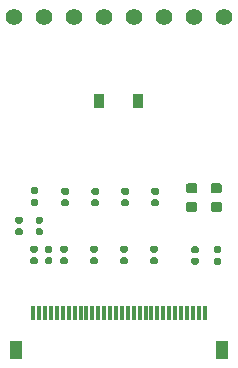
<source format=gbr>
G04 #@! TF.GenerationSoftware,KiCad,Pcbnew,(5.1.9)-1*
G04 #@! TF.CreationDate,2021-02-07T21:53:58-06:00*
G04 #@! TF.ProjectId,epaper-102,65706170-6572-42d3-9130-322e6b696361,rev?*
G04 #@! TF.SameCoordinates,Original*
G04 #@! TF.FileFunction,Soldermask,Bot*
G04 #@! TF.FilePolarity,Negative*
%FSLAX46Y46*%
G04 Gerber Fmt 4.6, Leading zero omitted, Abs format (unit mm)*
G04 Created by KiCad (PCBNEW (5.1.9)-1) date 2021-02-07 21:53:58*
%MOMM*%
%LPD*%
G01*
G04 APERTURE LIST*
%ADD10C,1.400000*%
%ADD11R,0.300000X1.300000*%
%ADD12R,1.000000X1.500000*%
%ADD13R,0.900000X1.200000*%
G04 APERTURE END LIST*
G36*
G01*
X27230000Y-85780000D02*
X27570000Y-85780000D01*
G75*
G02*
X27710000Y-85920000I0J-140000D01*
G01*
X27710000Y-86200000D01*
G75*
G02*
X27570000Y-86340000I-140000J0D01*
G01*
X27230000Y-86340000D01*
G75*
G02*
X27090000Y-86200000I0J140000D01*
G01*
X27090000Y-85920000D01*
G75*
G02*
X27230000Y-85780000I140000J0D01*
G01*
G37*
G36*
G01*
X27230000Y-84820000D02*
X27570000Y-84820000D01*
G75*
G02*
X27710000Y-84960000I0J-140000D01*
G01*
X27710000Y-85240000D01*
G75*
G02*
X27570000Y-85380000I-140000J0D01*
G01*
X27230000Y-85380000D01*
G75*
G02*
X27090000Y-85240000I0J140000D01*
G01*
X27090000Y-84960000D01*
G75*
G02*
X27230000Y-84820000I140000J0D01*
G01*
G37*
G36*
G01*
X26430000Y-83320000D02*
X26770000Y-83320000D01*
G75*
G02*
X26910000Y-83460000I0J-140000D01*
G01*
X26910000Y-83740000D01*
G75*
G02*
X26770000Y-83880000I-140000J0D01*
G01*
X26430000Y-83880000D01*
G75*
G02*
X26290000Y-83740000I0J140000D01*
G01*
X26290000Y-83460000D01*
G75*
G02*
X26430000Y-83320000I140000J0D01*
G01*
G37*
G36*
G01*
X26430000Y-82360000D02*
X26770000Y-82360000D01*
G75*
G02*
X26910000Y-82500000I0J-140000D01*
G01*
X26910000Y-82780000D01*
G75*
G02*
X26770000Y-82920000I-140000J0D01*
G01*
X26430000Y-82920000D01*
G75*
G02*
X26290000Y-82780000I0J140000D01*
G01*
X26290000Y-82500000D01*
G75*
G02*
X26430000Y-82360000I140000J0D01*
G01*
G37*
D10*
X42239800Y-65450000D03*
X39699800Y-65450000D03*
X37159800Y-65450000D03*
X34619800Y-65450000D03*
X32079800Y-65450000D03*
X29539800Y-65450000D03*
X26999800Y-65450000D03*
X24459800Y-65450000D03*
D11*
X26100000Y-90450000D03*
X26600000Y-90450000D03*
X27100000Y-90450000D03*
X27600000Y-90450000D03*
X28100000Y-90450000D03*
X28600000Y-90450000D03*
X29100000Y-90450000D03*
X29600000Y-90450000D03*
X30100000Y-90450000D03*
X30600000Y-90450000D03*
X31100000Y-90450000D03*
X31600000Y-90450000D03*
X32100000Y-90450000D03*
X32600000Y-90450000D03*
X33100000Y-90450000D03*
X33600000Y-90450000D03*
X34100000Y-90450000D03*
X34600000Y-90450000D03*
X35100000Y-90450000D03*
X35600000Y-90450000D03*
X36100000Y-90450000D03*
X36600000Y-90450000D03*
X37100000Y-90450000D03*
X37600000Y-90450000D03*
X38100000Y-90450000D03*
X38600000Y-90450000D03*
X39100000Y-90450000D03*
X39600000Y-90450000D03*
X40100000Y-90450000D03*
X40600000Y-90450000D03*
D12*
X42100000Y-93650000D03*
X24600000Y-93650000D03*
D13*
X35000000Y-72550000D03*
X31700000Y-72550000D03*
G36*
G01*
X41527500Y-85805000D02*
X41872500Y-85805000D01*
G75*
G02*
X42020000Y-85952500I0J-147500D01*
G01*
X42020000Y-86247500D01*
G75*
G02*
X41872500Y-86395000I-147500J0D01*
G01*
X41527500Y-86395000D01*
G75*
G02*
X41380000Y-86247500I0J147500D01*
G01*
X41380000Y-85952500D01*
G75*
G02*
X41527500Y-85805000I147500J0D01*
G01*
G37*
G36*
G01*
X41527500Y-84835000D02*
X41872500Y-84835000D01*
G75*
G02*
X42020000Y-84982500I0J-147500D01*
G01*
X42020000Y-85277500D01*
G75*
G02*
X41872500Y-85425000I-147500J0D01*
G01*
X41527500Y-85425000D01*
G75*
G02*
X41380000Y-85277500I0J147500D01*
G01*
X41380000Y-84982500D01*
G75*
G02*
X41527500Y-84835000I147500J0D01*
G01*
G37*
G36*
G01*
X41343750Y-81062500D02*
X41856250Y-81062500D01*
G75*
G02*
X42075000Y-81281250I0J-218750D01*
G01*
X42075000Y-81718750D01*
G75*
G02*
X41856250Y-81937500I-218750J0D01*
G01*
X41343750Y-81937500D01*
G75*
G02*
X41125000Y-81718750I0J218750D01*
G01*
X41125000Y-81281250D01*
G75*
G02*
X41343750Y-81062500I218750J0D01*
G01*
G37*
G36*
G01*
X41343750Y-79487500D02*
X41856250Y-79487500D01*
G75*
G02*
X42075000Y-79706250I0J-218750D01*
G01*
X42075000Y-80143750D01*
G75*
G02*
X41856250Y-80362500I-218750J0D01*
G01*
X41343750Y-80362500D01*
G75*
G02*
X41125000Y-80143750I0J218750D01*
G01*
X41125000Y-79706250D01*
G75*
G02*
X41343750Y-79487500I218750J0D01*
G01*
G37*
G36*
G01*
X39627500Y-85805000D02*
X39972500Y-85805000D01*
G75*
G02*
X40120000Y-85952500I0J-147500D01*
G01*
X40120000Y-86247500D01*
G75*
G02*
X39972500Y-86395000I-147500J0D01*
G01*
X39627500Y-86395000D01*
G75*
G02*
X39480000Y-86247500I0J147500D01*
G01*
X39480000Y-85952500D01*
G75*
G02*
X39627500Y-85805000I147500J0D01*
G01*
G37*
G36*
G01*
X39627500Y-84835000D02*
X39972500Y-84835000D01*
G75*
G02*
X40120000Y-84982500I0J-147500D01*
G01*
X40120000Y-85277500D01*
G75*
G02*
X39972500Y-85425000I-147500J0D01*
G01*
X39627500Y-85425000D01*
G75*
G02*
X39480000Y-85277500I0J147500D01*
G01*
X39480000Y-84982500D01*
G75*
G02*
X39627500Y-84835000I147500J0D01*
G01*
G37*
G36*
G01*
X39756250Y-80362500D02*
X39243750Y-80362500D01*
G75*
G02*
X39025000Y-80143750I0J218750D01*
G01*
X39025000Y-79706250D01*
G75*
G02*
X39243750Y-79487500I218750J0D01*
G01*
X39756250Y-79487500D01*
G75*
G02*
X39975000Y-79706250I0J-218750D01*
G01*
X39975000Y-80143750D01*
G75*
G02*
X39756250Y-80362500I-218750J0D01*
G01*
G37*
G36*
G01*
X39756250Y-81937500D02*
X39243750Y-81937500D01*
G75*
G02*
X39025000Y-81718750I0J218750D01*
G01*
X39025000Y-81281250D01*
G75*
G02*
X39243750Y-81062500I218750J0D01*
G01*
X39756250Y-81062500D01*
G75*
G02*
X39975000Y-81281250I0J-218750D01*
G01*
X39975000Y-81718750D01*
G75*
G02*
X39756250Y-81937500I-218750J0D01*
G01*
G37*
G36*
G01*
X36247500Y-80855000D02*
X36592500Y-80855000D01*
G75*
G02*
X36740000Y-81002500I0J-147500D01*
G01*
X36740000Y-81297500D01*
G75*
G02*
X36592500Y-81445000I-147500J0D01*
G01*
X36247500Y-81445000D01*
G75*
G02*
X36100000Y-81297500I0J147500D01*
G01*
X36100000Y-81002500D01*
G75*
G02*
X36247500Y-80855000I147500J0D01*
G01*
G37*
G36*
G01*
X36247500Y-79885000D02*
X36592500Y-79885000D01*
G75*
G02*
X36740000Y-80032500I0J-147500D01*
G01*
X36740000Y-80327500D01*
G75*
G02*
X36592500Y-80475000I-147500J0D01*
G01*
X36247500Y-80475000D01*
G75*
G02*
X36100000Y-80327500I0J147500D01*
G01*
X36100000Y-80032500D01*
G75*
G02*
X36247500Y-79885000I147500J0D01*
G01*
G37*
G36*
G01*
X36147500Y-85755000D02*
X36492500Y-85755000D01*
G75*
G02*
X36640000Y-85902500I0J-147500D01*
G01*
X36640000Y-86197500D01*
G75*
G02*
X36492500Y-86345000I-147500J0D01*
G01*
X36147500Y-86345000D01*
G75*
G02*
X36000000Y-86197500I0J147500D01*
G01*
X36000000Y-85902500D01*
G75*
G02*
X36147500Y-85755000I147500J0D01*
G01*
G37*
G36*
G01*
X36147500Y-84785000D02*
X36492500Y-84785000D01*
G75*
G02*
X36640000Y-84932500I0J-147500D01*
G01*
X36640000Y-85227500D01*
G75*
G02*
X36492500Y-85375000I-147500J0D01*
G01*
X36147500Y-85375000D01*
G75*
G02*
X36000000Y-85227500I0J147500D01*
G01*
X36000000Y-84932500D01*
G75*
G02*
X36147500Y-84785000I147500J0D01*
G01*
G37*
G36*
G01*
X33707500Y-80855000D02*
X34052500Y-80855000D01*
G75*
G02*
X34200000Y-81002500I0J-147500D01*
G01*
X34200000Y-81297500D01*
G75*
G02*
X34052500Y-81445000I-147500J0D01*
G01*
X33707500Y-81445000D01*
G75*
G02*
X33560000Y-81297500I0J147500D01*
G01*
X33560000Y-81002500D01*
G75*
G02*
X33707500Y-80855000I147500J0D01*
G01*
G37*
G36*
G01*
X33707500Y-79885000D02*
X34052500Y-79885000D01*
G75*
G02*
X34200000Y-80032500I0J-147500D01*
G01*
X34200000Y-80327500D01*
G75*
G02*
X34052500Y-80475000I-147500J0D01*
G01*
X33707500Y-80475000D01*
G75*
G02*
X33560000Y-80327500I0J147500D01*
G01*
X33560000Y-80032500D01*
G75*
G02*
X33707500Y-79885000I147500J0D01*
G01*
G37*
G36*
G01*
X33607500Y-85755000D02*
X33952500Y-85755000D01*
G75*
G02*
X34100000Y-85902500I0J-147500D01*
G01*
X34100000Y-86197500D01*
G75*
G02*
X33952500Y-86345000I-147500J0D01*
G01*
X33607500Y-86345000D01*
G75*
G02*
X33460000Y-86197500I0J147500D01*
G01*
X33460000Y-85902500D01*
G75*
G02*
X33607500Y-85755000I147500J0D01*
G01*
G37*
G36*
G01*
X33607500Y-84785000D02*
X33952500Y-84785000D01*
G75*
G02*
X34100000Y-84932500I0J-147500D01*
G01*
X34100000Y-85227500D01*
G75*
G02*
X33952500Y-85375000I-147500J0D01*
G01*
X33607500Y-85375000D01*
G75*
G02*
X33460000Y-85227500I0J147500D01*
G01*
X33460000Y-84932500D01*
G75*
G02*
X33607500Y-84785000I147500J0D01*
G01*
G37*
G36*
G01*
X31067500Y-85775000D02*
X31412500Y-85775000D01*
G75*
G02*
X31560000Y-85922500I0J-147500D01*
G01*
X31560000Y-86217500D01*
G75*
G02*
X31412500Y-86365000I-147500J0D01*
G01*
X31067500Y-86365000D01*
G75*
G02*
X30920000Y-86217500I0J147500D01*
G01*
X30920000Y-85922500D01*
G75*
G02*
X31067500Y-85775000I147500J0D01*
G01*
G37*
G36*
G01*
X31067500Y-84805000D02*
X31412500Y-84805000D01*
G75*
G02*
X31560000Y-84952500I0J-147500D01*
G01*
X31560000Y-85247500D01*
G75*
G02*
X31412500Y-85395000I-147500J0D01*
G01*
X31067500Y-85395000D01*
G75*
G02*
X30920000Y-85247500I0J147500D01*
G01*
X30920000Y-84952500D01*
G75*
G02*
X31067500Y-84805000I147500J0D01*
G01*
G37*
G36*
G01*
X31167500Y-80875000D02*
X31512500Y-80875000D01*
G75*
G02*
X31660000Y-81022500I0J-147500D01*
G01*
X31660000Y-81317500D01*
G75*
G02*
X31512500Y-81465000I-147500J0D01*
G01*
X31167500Y-81465000D01*
G75*
G02*
X31020000Y-81317500I0J147500D01*
G01*
X31020000Y-81022500D01*
G75*
G02*
X31167500Y-80875000I147500J0D01*
G01*
G37*
G36*
G01*
X31167500Y-79905000D02*
X31512500Y-79905000D01*
G75*
G02*
X31660000Y-80052500I0J-147500D01*
G01*
X31660000Y-80347500D01*
G75*
G02*
X31512500Y-80495000I-147500J0D01*
G01*
X31167500Y-80495000D01*
G75*
G02*
X31020000Y-80347500I0J147500D01*
G01*
X31020000Y-80052500D01*
G75*
G02*
X31167500Y-79905000I147500J0D01*
G01*
G37*
G36*
G01*
X28627500Y-80855000D02*
X28972500Y-80855000D01*
G75*
G02*
X29120000Y-81002500I0J-147500D01*
G01*
X29120000Y-81297500D01*
G75*
G02*
X28972500Y-81445000I-147500J0D01*
G01*
X28627500Y-81445000D01*
G75*
G02*
X28480000Y-81297500I0J147500D01*
G01*
X28480000Y-81002500D01*
G75*
G02*
X28627500Y-80855000I147500J0D01*
G01*
G37*
G36*
G01*
X28627500Y-79885000D02*
X28972500Y-79885000D01*
G75*
G02*
X29120000Y-80032500I0J-147500D01*
G01*
X29120000Y-80327500D01*
G75*
G02*
X28972500Y-80475000I-147500J0D01*
G01*
X28627500Y-80475000D01*
G75*
G02*
X28480000Y-80327500I0J147500D01*
G01*
X28480000Y-80032500D01*
G75*
G02*
X28627500Y-79885000I147500J0D01*
G01*
G37*
G36*
G01*
X26027500Y-80805000D02*
X26372500Y-80805000D01*
G75*
G02*
X26520000Y-80952500I0J-147500D01*
G01*
X26520000Y-81247500D01*
G75*
G02*
X26372500Y-81395000I-147500J0D01*
G01*
X26027500Y-81395000D01*
G75*
G02*
X25880000Y-81247500I0J147500D01*
G01*
X25880000Y-80952500D01*
G75*
G02*
X26027500Y-80805000I147500J0D01*
G01*
G37*
G36*
G01*
X26027500Y-79835000D02*
X26372500Y-79835000D01*
G75*
G02*
X26520000Y-79982500I0J-147500D01*
G01*
X26520000Y-80277500D01*
G75*
G02*
X26372500Y-80425000I-147500J0D01*
G01*
X26027500Y-80425000D01*
G75*
G02*
X25880000Y-80277500I0J147500D01*
G01*
X25880000Y-79982500D01*
G75*
G02*
X26027500Y-79835000I147500J0D01*
G01*
G37*
G36*
G01*
X28527500Y-85775000D02*
X28872500Y-85775000D01*
G75*
G02*
X29020000Y-85922500I0J-147500D01*
G01*
X29020000Y-86217500D01*
G75*
G02*
X28872500Y-86365000I-147500J0D01*
G01*
X28527500Y-86365000D01*
G75*
G02*
X28380000Y-86217500I0J147500D01*
G01*
X28380000Y-85922500D01*
G75*
G02*
X28527500Y-85775000I147500J0D01*
G01*
G37*
G36*
G01*
X28527500Y-84805000D02*
X28872500Y-84805000D01*
G75*
G02*
X29020000Y-84952500I0J-147500D01*
G01*
X29020000Y-85247500D01*
G75*
G02*
X28872500Y-85395000I-147500J0D01*
G01*
X28527500Y-85395000D01*
G75*
G02*
X28380000Y-85247500I0J147500D01*
G01*
X28380000Y-84952500D01*
G75*
G02*
X28527500Y-84805000I147500J0D01*
G01*
G37*
G36*
G01*
X25987500Y-85755000D02*
X26332500Y-85755000D01*
G75*
G02*
X26480000Y-85902500I0J-147500D01*
G01*
X26480000Y-86197500D01*
G75*
G02*
X26332500Y-86345000I-147500J0D01*
G01*
X25987500Y-86345000D01*
G75*
G02*
X25840000Y-86197500I0J147500D01*
G01*
X25840000Y-85902500D01*
G75*
G02*
X25987500Y-85755000I147500J0D01*
G01*
G37*
G36*
G01*
X25987500Y-84785000D02*
X26332500Y-84785000D01*
G75*
G02*
X26480000Y-84932500I0J-147500D01*
G01*
X26480000Y-85227500D01*
G75*
G02*
X26332500Y-85375000I-147500J0D01*
G01*
X25987500Y-85375000D01*
G75*
G02*
X25840000Y-85227500I0J147500D01*
G01*
X25840000Y-84932500D01*
G75*
G02*
X25987500Y-84785000I147500J0D01*
G01*
G37*
G36*
G01*
X24727500Y-83305000D02*
X25072500Y-83305000D01*
G75*
G02*
X25220000Y-83452500I0J-147500D01*
G01*
X25220000Y-83747500D01*
G75*
G02*
X25072500Y-83895000I-147500J0D01*
G01*
X24727500Y-83895000D01*
G75*
G02*
X24580000Y-83747500I0J147500D01*
G01*
X24580000Y-83452500D01*
G75*
G02*
X24727500Y-83305000I147500J0D01*
G01*
G37*
G36*
G01*
X24727500Y-82335000D02*
X25072500Y-82335000D01*
G75*
G02*
X25220000Y-82482500I0J-147500D01*
G01*
X25220000Y-82777500D01*
G75*
G02*
X25072500Y-82925000I-147500J0D01*
G01*
X24727500Y-82925000D01*
G75*
G02*
X24580000Y-82777500I0J147500D01*
G01*
X24580000Y-82482500D01*
G75*
G02*
X24727500Y-82335000I147500J0D01*
G01*
G37*
M02*

</source>
